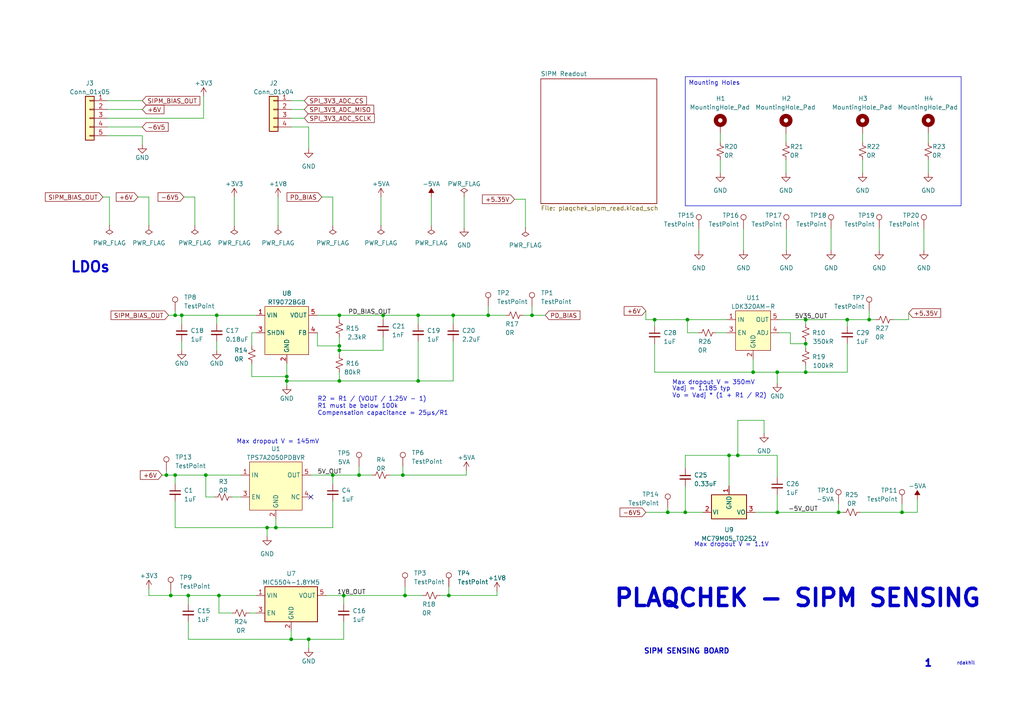
<source format=kicad_sch>
(kicad_sch (version 20230121) (generator eeschema)
  (paper "A4")
  (lib_symbols
    (symbol "Connector:TestPoint" (pin_numbers hide) (pin_names (offset 0.762) hide)
      (property "Reference" "TP" (at 0 6.858 0))
      (property "Value" "TestPoint" (at 0 5.08 0))
      (symbol "TestPoint_0_1"
        (circle (center 0 3.302) (radius 0.762))
      )
      (symbol "TestPoint_1_1"
        (pin passive line (at 0 0 90) (length 2.54) (name "1") (number "1"))
      )
    )
    (symbol "Connector_Generic:Conn_01x04" (pin_names (offset 1.016) hide)
      (property "Reference" "J" (at 0 5.08 0))
      (property "Value" "Conn_01x04" (at 0 -7.62 0))
      (symbol "Conn_01x04_1_1"
        (rectangle (start -1.27 -4.953) (end 0 -5.207) (stroke (width 0.1524)))
        (rectangle (start -1.27 -2.413) (end 0 -2.667) (stroke (width 0.1524)))
        (rectangle (start -1.27 0.127) (end 0 -0.127) (stroke (width 0.1524)))
        (rectangle (start -1.27 2.667) (end 0 2.413) (stroke (width 0.1524)))
        (rectangle (start -1.27 3.81) (end 1.27 -6.35) (stroke (width 0.254)) (fill (type background)))
        (pin passive line (at -5.08 2.54 0) (length 3.81) (name "Pin_1") (number "1"))
        (pin passive line (at -5.08 0 0) (length 3.81) (name "Pin_2") (number "2"))
        (pin passive line (at -5.08 -2.54 0) (length 3.81) (name "Pin_3") (number "3"))
        (pin passive line (at -5.08 -5.08 0) (length 3.81) (name "Pin_4") (number "4"))
      )
    )
    (symbol "Connector_Generic:Conn_01x05" (pin_names (offset 1.016) hide)
      (property "Reference" "J" (at 0 7.62 0))
      (property "Value" "Conn_01x05" (at 0 -7.62 0))
      (symbol "Conn_01x05_1_1"
        (rectangle (start -1.27 -4.953) (end 0 -5.207) (stroke (width 0.1524)))
        (rectangle (start -1.27 -2.413) (end 0 -2.667) (stroke (width 0.1524)))
        (rectangle (start -1.27 0.127) (end 0 -0.127) (stroke (width 0.1524)))
        (rectangle (start -1.27 2.667) (end 0 2.413) (stroke (width 0.1524)))
        (rectangle (start -1.27 5.207) (end 0 4.953) (stroke (width 0.1524)))
        (rectangle (start -1.27 6.35) (end 1.27 -6.35) (stroke (width 0.254)) (fill (type background)))
        (pin passive line (at -5.08 5.08 0) (length 3.81) (name "Pin_1") (number "1"))
        (pin passive line (at -5.08 2.54 0) (length 3.81) (name "Pin_2") (number "2"))
        (pin passive line (at -5.08 0 0) (length 3.81) (name "Pin_3") (number "3"))
        (pin passive line (at -5.08 -2.54 0) (length 3.81) (name "Pin_4") (number "4"))
        (pin passive line (at -5.08 -5.08 0) (length 3.81) (name "Pin_5") (number "5"))
      )
    )
    (symbol "Device:C_Small" (pin_numbers hide) (pin_names (offset 0.254) hide)
      (property "Reference" "C" (at 0.254 1.778 0))
      (property "Value" "C_Small" (at 0.254 -2.032 0))
      (symbol "C_Small_0_1"
        (polyline (pts (xy -1.524 -0.508) (xy 1.524 -0.508)) (stroke (width 0.3302)))
        (polyline (pts (xy -1.524 0.508) (xy 1.524 0.508)) (stroke (width 0.3048)))
      )
      (symbol "C_Small_1_1"
        (pin passive line (at 0 2.54 270) (length 2.032) (name "~") (number "1"))
        (pin passive line (at 0 -2.54 90) (length 2.032) (name "~") (number "2"))
      )
    )
    (symbol "Device:R_Small_US" (pin_numbers hide) (pin_names (offset 0.254) hide)
      (property "Reference" "R" (at 0.762 0.508 0))
      (property "Value" "R_Small_US" (at 0.762 -1.016 0))
      (symbol "R_Small_US_1_1"
        (polyline (pts (xy 0 0) (xy 1.016 -0.381) (xy 0 -0.762) (xy -1.016 -1.143) (xy 0 -1.524)))
        (polyline (pts (xy 0 1.524) (xy 1.016 1.143) (xy 0 0.762) (xy -1.016 0.381) (xy 0 0)))
        (pin passive line (at 0 2.54 270) (length 1.016) (name "~") (number "1"))
        (pin passive line (at 0 -2.54 90) (length 1.016) (name "~") (number "2"))
      )
    )
    (symbol "Mechanical:MountingHole_Pad" (pin_numbers hide) (pin_names (offset 1.016) hide)
      (property "Reference" "H" (at 0 6.35 0))
      (property "Value" "MountingHole_Pad" (at 0 4.445 0))
      (symbol "MountingHole_Pad_0_1"
        (circle (center 0 1.27) (radius 1.27) (stroke (width 1.27)))
      )
      (symbol "MountingHole_Pad_1_1"
        (pin input line (at 0 -2.54 90) (length 2.54) (name "1") (number "1"))
      )
    )
    (symbol "Regulator_Linear:MC79M05_TO252" (pin_names (offset 0.254))
      (property "Reference" "U" (at -3.81 -3.175 0))
      (property "Value" "MC79M05_TO252" (at 0 -3.175 0))
      (symbol "MC79M05_TO252_0_1"
        (rectangle (start -5.08 5.08) (end 5.08 -1.905) (stroke (width 0.254)) (fill (type background)))
      )
      (symbol "MC79M05_TO252_1_1"
        (pin power_in line (at 0 7.62 270) (length 2.54) (name "GND") (number "1"))
        (pin power_in line (at -7.62 0 0) (length 2.54) (name "VI") (number "2"))
        (pin power_out line (at 7.62 0 180) (length 2.54) (name "VO") (number "3"))
      )
    )
    (symbol "Regulator_Linear:MIC5504-1.8YM5"
      (property "Reference" "U" (at -7.62 8.89 0))
      (property "Value" "MIC5504-1.8YM5" (at -7.62 6.35 0))
      (symbol "MIC5504-1.8YM5_0_1"
        (rectangle (start -7.62 -5.08) (end 7.62 5.08) (stroke (width 0.254)) (fill (type background)))
      )
      (symbol "MIC5504-1.8YM5_1_1"
        (pin power_in line (at -10.16 2.54 0) (length 2.54) (name "VIN") (number "1"))
        (pin power_in line (at 0 -7.62 90) (length 2.54) (name "GND") (number "2"))
        (pin input line (at -10.16 -2.54 0) (length 2.54) (name "EN") (number "3"))
        (pin no_connect line (at 7.62 -2.54 180) (length 2.54) hide (name "NC") (number "4"))
        (pin power_out line (at 10.16 2.54 180) (length 2.54) (name "VOUT") (number "5"))
      )
    )
    (symbol "plaqchek:LDK320AM-R"
      (property "Reference" "U" (at 0 10.16 0))
      (property "Value" "LDK320AM-R" (at 0 7.62 0))
      (symbol "LDK320AM-R_1_1"
        (rectangle (start -5.08 6.35) (end 5.08 -5.08) (fill (type background)))
        (pin power_in line (at -7.62 3.81 0) (length 2.54) (name "IN") (number "1"))
        (pin power_in line (at 0 -7.62 90) (length 2.54) (name "GND") (number "2"))
        (pin input line (at -7.62 0 0) (length 2.54) (name "EN") (number "3"))
        (pin input line (at 7.62 0 180) (length 2.54) (name "ADJ") (number "4"))
        (pin power_out line (at 7.62 3.81 180) (length 2.54) (name "OUT") (number "5"))
      )
    )
    (symbol "plaqchek:RT9072BGB"
      (property "Reference" "U" (at 0 11.43 0))
      (property "Value" "RT9072BGB" (at 0 8.89 0))
      (symbol "RT9072BGB_1_1"
        (rectangle (start -6.35 6.35) (end 6.35 -7.62) (fill (type background)))
        (pin power_in line (at -8.89 3.81 0) (length 2.54) (name "VIN") (number "1"))
        (pin power_in line (at 0 -10.16 90) (length 2.54) (name "GND") (number "2"))
        (pin input line (at -8.89 -1.27 0) (length 2.54) (name "SHDN") (number "3"))
        (pin input line (at 8.89 -1.27 180) (length 2.54) (name "FB") (number "4"))
        (pin power_out line (at 8.89 3.81 180) (length 2.54) (name "VOUT") (number "5"))
      )
    )
    (symbol "plaqchek:TPS7A2050PDBVR"
      (property "Reference" "U" (at 0 10.16 0))
      (property "Value" "TPS7A2050PDBVR" (at 0 0 0))
      (symbol "TPS7A2050PDBVR_1_1"
        (rectangle (start -7.62 7.62) (end 7.62 -6.35) (fill (type background)))
        (pin power_in line (at -10.16 3.81 0) (length 2.54) (name "IN") (number "1"))
        (pin power_in line (at 0 -8.89 90) (length 2.54) (name "GND") (number "2"))
        (pin input line (at -10.16 -2.54 0) (length 2.54) (name "EN") (number "3"))
        (pin input line (at 10.16 -2.54 180) (length 2.54) (name "NC") (number "4"))
        (pin power_out line (at 10.16 3.81 180) (length 2.54) (name "OUT") (number "5"))
      )
    )
    (symbol "power:+1V8" (power) (pin_names (offset 0))
      (property "Value" "+1V8" (at 0 3.556 0))
      (symbol "+1V8_0_1"
        (polyline (pts (xy -0.762 1.27) (xy 0 2.54)))
        (polyline (pts (xy 0 0) (xy 0 2.54)))
        (polyline (pts (xy 0 2.54) (xy 0.762 1.27)))
      )
      (symbol "+1V8_1_1"
        (pin power_in line (at 0 0 90) (length 0) hide (name "+1V8") (number "1"))
      )
    )
    (symbol "power:+3V3" (power) (pin_names (offset 0))
      (property "Value" "+3V3" (at 0 3.556 0))
      (symbol "+3V3_0_1"
        (polyline (pts (xy -0.762 1.27) (xy 0 2.54)))
        (polyline (pts (xy 0 0) (xy 0 2.54)))
        (polyline (pts (xy 0 2.54) (xy 0.762 1.27)))
      )
      (symbol "+3V3_1_1"
        (pin power_in line (at 0 0 90) (length 0) hide (name "+3V3") (number "1"))
      )
    )
    (symbol "power:+5VA" (power) (pin_names (offset 0))
      (property "Value" "+5VA" (at 0 3.556 0))
      (symbol "+5VA_0_1"
        (polyline (pts (xy -0.762 1.27) (xy 0 2.54)))
        (polyline (pts (xy 0 0) (xy 0 2.54)))
        (polyline (pts (xy 0 2.54) (xy 0.762 1.27)))
      )
      (symbol "+5VA_1_1"
        (pin power_in line (at 0 0 90) (length 0) hide (name "+5VA") (number "1"))
      )
    )
    (symbol "power:-5VA" (power) (pin_names (offset 0))
      (property "Value" "-5VA" (at 0 3.81 0))
      (symbol "-5VA_0_0"
        (pin power_in line (at 0 0 90) (length 0) hide (name "-5VA") (number "1"))
      )
      (symbol "-5VA_0_1"
        (polyline (pts (xy 0 0) (xy 0 1.27) (xy 0.762 1.27) (xy 0 2.54) (xy -0.762 1.27) (xy 0 1.27)) (fill (type outline)))
      )
    )
    (symbol "power:GND" (power) (pin_names (offset 0))
      (property "Value" "GND" (at 0 -3.81 0))
      (symbol "GND_0_1"
        (polyline (pts (xy 0 0) (xy 0 -1.27) (xy 1.27 -1.27) (xy 0 -2.54) (xy -1.27 -1.27) (xy 0 -1.27)))
      )
      (symbol "GND_1_1"
        (pin power_in line (at 0 0 270) (length 0) hide (name "GND") (number "1"))
      )
    )
    (symbol "power:PWR_FLAG" (power) (pin_numbers hide) (pin_names (offset 0) hide)
      (property "Value" "PWR_FLAG" (at 0 3.81 0))
      (symbol "PWR_FLAG_0_0"
        (pin power_out line (at 0 0 90) (length 0) (name "pwr") (number "1"))
      )
      (symbol "PWR_FLAG_0_1"
        (polyline (pts (xy 0 0) (xy 0 1.27) (xy -1.016 1.905) (xy 0 2.54) (xy 1.016 1.905) (xy 0 1.27)))
      )
    )
  )
  (junction (at 89.535 185.42))
  (junction (at 104.14 137.795))
  (junction (at 111.125 91.44))
  (junction (at 96.52 137.795))
  (junction (at 131.445 91.44))
  (junction (at 121.285 91.44))
  (junction (at 245.745 92.71))
  (junction (at 98.425 110.49))
  (junction (at 252.095 92.71))
  (junction (at 154.305 91.44))
  (junction (at 98.425 100.33))
  (junction (at 48.26 137.795))
  (junction (at 99.695 172.72))
  (junction (at 54.61 172.72))
  (junction (at 261.62 148.59))
  (junction (at 225.425 148.59))
  (junction (at 211.455 132.08))
  (junction (at 117.475 172.72))
  (junction (at 84.455 185.42))
  (junction (at 49.53 172.72))
  (junction (at 62.865 91.44))
  (junction (at 121.285 110.49))
  (junction (at 141.605 91.44))
  (junction (at 50.8 137.795))
  (junction (at 98.425 91.44))
  (junction (at 198.755 148.59))
  (junction (at 193.675 148.59))
  (junction (at 243.205 148.59))
  (junction (at 233.68 92.71))
  (junction (at 233.68 107.95))
  (junction (at 83.185 110.49))
  (junction (at 83.185 109.22))
  (junction (at 233.68 99.695))
  (junction (at 213.995 132.08))
  (junction (at 218.44 107.95))
  (junction (at 59.69 137.795))
  (junction (at 80.01 153.035))
  (junction (at 98.425 101.6))
  (junction (at 225.425 107.95))
  (junction (at 52.705 91.44))
  (junction (at 130.175 172.72))
  (junction (at 63.5 172.72))
  (junction (at 199.39 92.71))
  (junction (at 116.84 137.795))
  (junction (at 189.865 92.71))
  (junction (at 50.8 91.44))
  (junction (at 77.47 153.035))
  (no_connect (at 90.17 144.145))
  (wire (pts (xy 117.475 170.18) (xy 117.475 172.72)))
  (wire (pts (xy 233.68 99.06) (xy 233.68 99.695)))
  (wire (pts (xy 154.305 88.9) (xy 154.305 91.44)))
  (wire (pts (xy 49.53 172.72) (xy 54.61 172.72)))
  (wire (pts (xy 211.455 132.08) (xy 213.995 132.08)))
  (wire (pts (xy 99.695 172.72) (xy 99.695 175.26)))
  (wire (pts (xy 116.84 135.255) (xy 116.84 137.795)))
  (wire (pts (xy 31.75 57.15) (xy 31.75 65.405)))
  (wire (pts (xy 54.61 172.72) (xy 54.61 175.26)))
  (wire (pts (xy 52.705 91.44) (xy 62.865 91.44)))
  (wire (pts (xy 83.185 110.49) (xy 83.185 111.76)))
  (wire (pts (xy 84.455 34.29) (xy 88.265 34.29)))
  (wire (pts (xy 213.995 132.08) (xy 213.995 121.92)))
  (wire (pts (xy 249.555 148.59) (xy 261.62 148.59)))
  (wire (pts (xy 152.4 57.785) (xy 152.4 66.04)))
  (wire (pts (xy 98.425 107.95) (xy 98.425 110.49)))
  (wire (pts (xy 89.535 36.83) (xy 89.535 43.18)))
  (wire (pts (xy 43.18 170.815) (xy 43.18 172.72)))
  (wire (pts (xy 62.23 144.145) (xy 59.69 144.145)))
  (wire (pts (xy 228.092 66.294) (xy 228.092 72.644)))
  (wire (pts (xy 52.705 99.06) (xy 52.705 101.6)))
  (wire (pts (xy 134.62 57.15) (xy 134.62 66.04)))
  (wire (pts (xy 111.125 91.44) (xy 121.285 91.44)))
  (wire (pts (xy 50.8 137.795) (xy 48.26 137.795)))
  (wire (pts (xy 50.8 137.795) (xy 50.8 140.335)))
  (wire (pts (xy 31.115 29.21) (xy 41.275 29.21)))
  (wire (pts (xy 50.8 137.795) (xy 59.69 137.795)))
  (wire (pts (xy 263.525 90.805) (xy 263.525 92.71)))
  (wire (pts (xy 98.425 101.6) (xy 98.425 102.87)))
  (wire (pts (xy 63.5 177.8) (xy 63.5 172.72)))
  (wire (pts (xy 67.31 177.8) (xy 63.5 177.8)))
  (wire (pts (xy 83.185 110.49) (xy 98.425 110.49)))
  (wire (pts (xy 50.8 153.035) (xy 77.47 153.035)))
  (wire (pts (xy 116.84 137.795) (xy 135.255 137.795)))
  (wire (pts (xy 74.295 177.8) (xy 72.39 177.8)))
  (wire (pts (xy 73.025 96.52) (xy 73.025 100.33)))
  (wire (pts (xy 41.275 39.37) (xy 41.275 41.91)))
  (wire (pts (xy 233.68 99.695) (xy 233.68 100.965)))
  (wire (pts (xy 233.68 92.71) (xy 245.745 92.71)))
  (wire (pts (xy 225.425 107.95) (xy 225.425 111.125)))
  (wire (pts (xy 218.44 104.14) (xy 218.44 107.95)))
  (wire (pts (xy 84.455 29.21) (xy 88.265 29.21)))
  (wire (pts (xy 40.005 57.15) (xy 43.18 57.15)))
  (wire (pts (xy 77.47 153.035) (xy 80.01 153.035)))
  (wire (pts (xy 149.225 57.785) (xy 152.4 57.785)))
  (wire (pts (xy 227.965 38.735) (xy 227.965 41.275)))
  (wire (pts (xy 252.095 90.17) (xy 252.095 92.71)))
  (wire (pts (xy 245.745 92.71) (xy 245.745 94.615)))
  (wire (pts (xy 50.8 145.415) (xy 50.8 153.035)))
  (wire (pts (xy 43.18 172.72) (xy 49.53 172.72)))
  (wire (pts (xy 121.285 99.06) (xy 121.285 110.49)))
  (wire (pts (xy 98.425 101.6) (xy 111.125 101.6)))
  (wire (pts (xy 92.075 96.52) (xy 92.075 100.33)))
  (wire (pts (xy 225.425 107.95) (xy 233.68 107.95)))
  (wire (pts (xy 131.445 99.06) (xy 131.445 110.49)))
  (wire (pts (xy 259.08 92.71) (xy 263.525 92.71)))
  (wire (pts (xy 130.175 170.18) (xy 130.175 172.72)))
  (wire (pts (xy 189.865 92.71) (xy 187.325 92.71)))
  (wire (pts (xy 80.645 57.15) (xy 80.645 65.405)))
  (wire (pts (xy 233.68 92.71) (xy 233.68 93.98)))
  (wire (pts (xy 207.645 96.52) (xy 210.82 96.52)))
  (wire (pts (xy 84.455 36.83) (xy 89.535 36.83)))
  (wire (pts (xy 208.915 38.735) (xy 208.915 41.275)))
  (wire (pts (xy 50.8 90.17) (xy 50.8 91.44)))
  (wire (pts (xy 48.895 91.44) (xy 50.8 91.44)))
  (wire (pts (xy 29.845 57.15) (xy 31.75 57.15)))
  (wire (pts (xy 221.615 121.92) (xy 221.615 125.73)))
  (wire (pts (xy 93.345 57.15) (xy 96.52 57.15)))
  (wire (pts (xy 127.635 172.72) (xy 130.175 172.72)))
  (wire (pts (xy 121.285 91.44) (xy 121.285 93.98)))
  (wire (pts (xy 83.185 109.22) (xy 83.185 110.49)))
  (wire (pts (xy 98.425 91.44) (xy 111.125 91.44)))
  (wire (pts (xy 53.34 57.15) (xy 56.515 57.15)))
  (wire (pts (xy 144.145 171.45) (xy 144.145 172.72)))
  (wire (pts (xy 59.055 27.94) (xy 59.055 34.29)))
  (wire (pts (xy 74.295 96.52) (xy 73.025 96.52)))
  (wire (pts (xy 130.175 172.72) (xy 144.145 172.72)))
  (wire (pts (xy 43.18 57.15) (xy 43.18 65.405)))
  (wire (pts (xy 48.26 137.795) (xy 46.99 137.795)))
  (wire (pts (xy 56.515 57.15) (xy 56.515 65.405)))
  (wire (pts (xy 261.62 146.05) (xy 261.62 148.59)))
  (wire (pts (xy 111.125 97.79) (xy 111.125 101.6)))
  (wire (pts (xy 245.745 99.695) (xy 245.745 107.95)))
  (wire (pts (xy 189.865 99.695) (xy 189.865 107.95)))
  (wire (pts (xy 193.675 148.59) (xy 198.755 148.59)))
  (wire (pts (xy 59.69 144.145) (xy 59.69 137.795)))
  (wire (pts (xy 73.025 109.22) (xy 83.185 109.22)))
  (wire (pts (xy 83.185 105.41) (xy 83.185 109.22)))
  (wire (pts (xy 89.535 185.42) (xy 89.535 187.96)))
  (wire (pts (xy 74.295 172.72) (xy 63.5 172.72)))
  (wire (pts (xy 96.52 145.415) (xy 96.52 153.035)))
  (wire (pts (xy 225.425 148.59) (xy 243.205 148.59)))
  (wire (pts (xy 135.255 136.525) (xy 135.255 137.795)))
  (wire (pts (xy 98.425 110.49) (xy 121.285 110.49)))
  (wire (pts (xy 94.615 172.72) (xy 99.695 172.72)))
  (wire (pts (xy 229.235 96.52) (xy 229.235 99.695)))
  (wire (pts (xy 110.49 57.15) (xy 110.49 65.405)))
  (wire (pts (xy 225.425 148.59) (xy 219.075 148.59)))
  (wire (pts (xy 189.865 92.71) (xy 189.865 94.615)))
  (wire (pts (xy 154.305 91.44) (xy 158.115 91.44)))
  (wire (pts (xy 50.8 91.44) (xy 52.705 91.44)))
  (wire (pts (xy 125.095 57.15) (xy 125.095 65.405)))
  (wire (pts (xy 225.425 143.51) (xy 225.425 148.59)))
  (wire (pts (xy 189.865 92.71) (xy 199.39 92.71)))
  (wire (pts (xy 266.065 144.78) (xy 266.065 148.59)))
  (wire (pts (xy 250.19 46.355) (xy 250.19 50.165)))
  (wire (pts (xy 233.68 106.045) (xy 233.68 107.95)))
  (wire (pts (xy 31.115 34.29) (xy 59.055 34.29)))
  (wire (pts (xy 59.69 137.795) (xy 69.85 137.795)))
  (wire (pts (xy 84.455 31.75) (xy 88.265 31.75)))
  (wire (pts (xy 243.205 146.05) (xy 243.205 148.59)))
  (wire (pts (xy 141.605 91.44) (xy 146.685 91.44)))
  (wire (pts (xy 77.47 153.035) (xy 77.47 155.575)))
  (wire (pts (xy 227.965 46.355) (xy 227.965 50.165)))
  (wire (pts (xy 113.03 137.795) (xy 116.84 137.795)))
  (wire (pts (xy 67.945 57.15) (xy 67.945 65.405)))
  (wire (pts (xy 62.865 91.44) (xy 62.865 93.98)))
  (wire (pts (xy 199.39 92.71) (xy 199.39 96.52)))
  (wire (pts (xy 151.765 91.44) (xy 154.305 91.44)))
  (wire (pts (xy 121.285 91.44) (xy 131.445 91.44)))
  (wire (pts (xy 213.995 121.92) (xy 221.615 121.92)))
  (wire (pts (xy 131.445 91.44) (xy 131.445 93.98)))
  (wire (pts (xy 261.62 148.59) (xy 266.065 148.59)))
  (wire (pts (xy 267.97 66.294) (xy 267.97 72.644)))
  (wire (pts (xy 80.01 153.035) (xy 80.01 150.495)))
  (wire (pts (xy 99.695 172.72) (xy 117.475 172.72)))
  (wire (pts (xy 48.26 136.525) (xy 48.26 137.795)))
  (wire (pts (xy 193.675 147.32) (xy 193.675 148.59)))
  (wire (pts (xy 226.06 92.71) (xy 233.68 92.71)))
  (wire (pts (xy 141.605 88.9) (xy 141.605 91.44)))
  (wire (pts (xy 73.025 105.41) (xy 73.025 109.22)))
  (wire (pts (xy 31.115 39.37) (xy 41.275 39.37)))
  (wire (pts (xy 213.995 132.08) (xy 225.425 132.08)))
  (wire (pts (xy 54.61 180.34) (xy 54.61 185.42)))
  (wire (pts (xy 198.755 140.97) (xy 198.755 148.59)))
  (wire (pts (xy 202.692 66.294) (xy 202.692 72.644)))
  (wire (pts (xy 104.14 137.795) (xy 107.95 137.795)))
  (wire (pts (xy 69.85 144.145) (xy 67.31 144.145)))
  (wire (pts (xy 104.14 135.255) (xy 104.14 137.795)))
  (wire (pts (xy 89.535 185.42) (xy 99.695 185.42)))
  (wire (pts (xy 215.646 66.294) (xy 215.646 72.644)))
  (wire (pts (xy 226.06 96.52) (xy 229.235 96.52)))
  (wire (pts (xy 199.39 96.52) (xy 202.565 96.52)))
  (wire (pts (xy 241.046 66.294) (xy 241.046 72.644)))
  (wire (pts (xy 80.01 153.035) (xy 96.52 153.035)))
  (wire (pts (xy 233.68 107.95) (xy 245.745 107.95)))
  (wire (pts (xy 187.325 148.59) (xy 193.675 148.59)))
  (wire (pts (xy 99.695 185.42) (xy 99.695 180.34)))
  (wire (pts (xy 52.705 91.44) (xy 52.705 93.98)))
  (wire (pts (xy 111.125 91.44) (xy 111.125 92.71)))
  (wire (pts (xy 98.425 100.33) (xy 98.425 101.6)))
  (wire (pts (xy 31.115 36.83) (xy 41.275 36.83)))
  (wire (pts (xy 54.61 185.42) (xy 84.455 185.42)))
  (wire (pts (xy 49.53 171.45) (xy 49.53 172.72)))
  (wire (pts (xy 208.915 46.355) (xy 208.915 50.165)))
  (wire (pts (xy 189.865 107.95) (xy 218.44 107.95)))
  (wire (pts (xy 187.325 90.17) (xy 187.325 92.71)))
  (wire (pts (xy 98.425 91.44) (xy 98.425 92.71)))
  (wire (pts (xy 225.425 132.08) (xy 225.425 138.43)))
  (wire (pts (xy 31.115 31.75) (xy 41.275 31.75)))
  (wire (pts (xy 92.075 91.44) (xy 98.425 91.44)))
  (wire (pts (xy 255.016 66.294) (xy 255.016 72.644)))
  (wire (pts (xy 92.075 100.33) (xy 98.425 100.33)))
  (wire (pts (xy 199.39 92.71) (xy 210.82 92.71)))
  (wire (pts (xy 250.19 38.735) (xy 250.19 41.275)))
  (wire (pts (xy 211.455 132.08) (xy 211.455 140.97)))
  (wire (pts (xy 218.44 107.95) (xy 225.425 107.95)))
  (wire (pts (xy 131.445 91.44) (xy 141.605 91.44)))
  (wire (pts (xy 63.5 172.72) (xy 54.61 172.72)))
  (wire (pts (xy 62.865 99.06) (xy 62.865 101.6)))
  (wire (pts (xy 62.865 91.44) (xy 74.295 91.44)))
  (wire (pts (xy 245.745 92.71) (xy 252.095 92.71)))
  (wire (pts (xy 117.475 172.72) (xy 122.555 172.72)))
  (wire (pts (xy 252.095 92.71) (xy 254 92.71)))
  (wire (pts (xy 229.235 99.695) (xy 233.68 99.695)))
  (wire (pts (xy 121.285 110.49) (xy 131.445 110.49)))
  (wire (pts (xy 243.205 148.59) (xy 244.475 148.59)))
  (wire (pts (xy 90.17 137.795) (xy 96.52 137.795)))
  (wire (pts (xy 84.455 185.42) (xy 89.535 185.42)))
  (wire (pts (xy 96.52 137.795) (xy 104.14 137.795)))
  (wire (pts (xy 84.455 182.88) (xy 84.455 185.42)))
  (wire (pts (xy 98.425 100.33) (xy 98.425 97.79)))
  (wire (pts (xy 198.755 132.08) (xy 211.455 132.08)))
  (wire (pts (xy 198.755 148.59) (xy 203.835 148.59)))
  (wire (pts (xy 269.24 38.735) (xy 269.24 41.275)))
  (wire (pts (xy 96.52 137.795) (xy 96.52 140.335)))
  (wire (pts (xy 96.52 57.15) (xy 96.52 65.405)))
  (wire (pts (xy 269.24 46.355) (xy 269.24 50.165)))
  (wire (pts (xy 198.755 132.08) (xy 198.755 135.89)))
  (text_box "Mounting Holes\n" (at 198.755 22.225 0) (size 80.01 37.465) (effects (font (size 1.27 1.27)) (justify left top)))
  (text "PLAQCHEK - SIPM SENSING" (at 177.8 176.53 0) (effects (font (size 5 5) (thickness 1) bold) (justify left bottom)))
  (text "LDOs\n" (at 20.32 79.375 0) (effects (font (size 3 3) (thickness 0.6) bold) (justify left bottom)))
  (text "1" (at 267.97 193.675 0) (effects (font (size 2 2) (thickness 1) bold) (justify left bottom)))
  (text "R2 = R1 / (VOUT / 1.25V - 1)\nR1 must be below 100k\nCompensation capacitance = 25µs/R1" (at 92.075 120.65 0) (effects (font (size 1.27 1.27)) (justify left bottom)))
  (text "Vadj = 1.185 typ\nVo = Vadj * (1 + R1 / R2)" (at 194.945 115.57 0) (effects (font (size 1.27 1.27)) (justify left bottom)))
  (text "SIPM SENSING BOARD" (at 186.69 189.865 0) (effects (font (size 1.5 1.5) (thickness 0.3) bold) (justify left bottom)))
  (text "Max dropout V = 350mV" (at 194.945 111.76 0) (effects (font (size 1.27 1.27)) (justify left bottom)))
  (text "Max dropout V = 1.1V" (at 201.295 158.75 0) (effects (font (size 1.27 1.27)) (justify left bottom)))
  (text "Max dropout V = 145mV" (at 68.58 128.905 0) (effects (font (size 1.27 1.27)) (justify left bottom)))
  (text "rdakhil" (at 277.495 193.04 0) (effects (font (size 1 1)) (justify left bottom)))
  (label "5V_OUT" (at 92.075 137.795 0))
  (label "5V35_OUT" (at 230.505 92.71 0))
  (label "-5V_OUT" (at 228.6 148.59 0))
  (label "PD_BIAS_OUT" (at 100.965 91.44 0))
  (label "1V8_OUT" (at 97.79 172.72 0))
  (global_label "+6V" (shape input) (at 187.325 90.17 180) (property "Intersheetrefs" "${INTERSHEET_REFS}" (effects hide)))
  (global_label "SIPM_BIAS_OUT" (shape input) (at 41.275 29.21 0) (property "Intersheetrefs" "${INTERSHEET_REFS}" (effects hide)))
  (global_label "SIPM_BIAS_OUT" (shape input) (at 29.845 57.15 180) (property "Intersheetrefs" "${INTERSHEET_REFS}" (effects hide)))
  (global_label "-6V5" (shape input) (at 53.34 57.15 180) (property "Intersheetrefs" "${INTERSHEET_REFS}" (effects hide)))
  (global_label "SPI_3V3_ADC_MISO" (shape input) (at 88.265 31.75 0) (property "Intersheetrefs" "${INTERSHEET_REFS}" (effects hide)))
  (global_label "-6V5" (shape input) (at 187.325 148.59 180) (property "Intersheetrefs" "${INTERSHEET_REFS}" (effects hide)))
  (global_label "+5.35V" (shape input) (at 149.225 57.785 180) (property "Intersheetrefs" "${INTERSHEET_REFS}" (effects hide)))
  (global_label "PD_BIAS" (shape input) (at 93.345 57.15 180) (property "Intersheetrefs" "${INTERSHEET_REFS}" (effects hide)))
  (global_label "SPI_3V3_ADC_SCLK" (shape input) (at 88.265 34.29 0) (property "Intersheetrefs" "${INTERSHEET_REFS}" (effects hide)))
  (global_label "+6V" (shape input) (at 40.005 57.15 180) (property "Intersheetrefs" "${INTERSHEET_REFS}" (effects hide)))
  (global_label "+6V" (shape input) (at 41.275 31.75 0) (property "Intersheetrefs" "${INTERSHEET_REFS}" (effects hide)))
  (global_label "-6V5" (shape input) (at 41.275 36.83 0) (property "Intersheetrefs" "${INTERSHEET_REFS}" (effects hide)))
  (global_label "+5.35V" (shape input) (at 263.525 90.805 0) (property "Intersheetrefs" "${INTERSHEET_REFS}" (effects hide)))
  (global_label "PD_BIAS" (shape input) (at 158.115 91.44 0) (property "Intersheetrefs" "${INTERSHEET_REFS}" (effects hide)))
  (global_label "+6V" (shape input) (at 46.99 137.795 180) (property "Intersheetrefs" "${INTERSHEET_REFS}" (effects hide)))
  (global_label "SIPM_BIAS_OUT" (shape input) (at 48.895 91.44 180) (property "Intersheetrefs" "${INTERSHEET_REFS}" (effects hide)))
  (global_label "SPI_3V3_ADC_CS" (shape input) (at 88.265 29.21 0) (property "Intersheetrefs" "${INTERSHEET_REFS}" (effects hide)))
  (symbol (lib_id "Connector:TestPoint") (at 104.14 135.255 0) (mirror y) (unit 1)
    (property "Reference" "TP5" (at 101.6 131.445 0) (effects (justify left)))
    (property "Value" "5VA" (at 101.6 133.985 0) (effects (justify left)))
    (property "Footprint" "TestPoint:TestPoint_Pad_D1.0mm" (effects hide))
  )
  (symbol (lib_id "power:PWR_FLAG") (at 56.515 65.405 180) (unit 1)
    (property "Reference" "#FLG03" (effects hide))
    (property "Value" "PWR_FLAG" (at 56.515 70.485 0))
  )
  (symbol (lib_id "power:-5VA") (at 125.095 57.15 0) (unit 1)
    (property "Reference" "#PWR044" (effects hide))
    (property "Value" "-5VA" (at 125.095 53.34 0))
  )
  (symbol (lib_id "power:GND") (at 134.62 66.04 0) (unit 1)
    (property "Reference" "#PWR045" (effects hide))
    (property "Value" "GND" (at 134.62 71.12 0))
  )
  (symbol (lib_id "Connector:TestPoint") (at 154.305 88.9 0) (unit 1)
    (property "Reference" "TP1" (at 156.845 84.963 0) (effects (justify left)))
    (property "Value" "TestPoint" (at 156.845 87.503 0) (effects (justify left)))
    (property "Footprint" "TestPoint:TestPoint_Pad_D1.0mm" (effects hide))
  )
  (symbol (lib_id "Device:R_Small_US") (at 98.425 95.25 0) (unit 1)
    (property "Reference" "R15" (at 102.235 95.25 0))
    (property "Value" "2.3kR" (at 103.505 97.79 0))
    (property "Footprint" "Resistor_SMD:R_0603_1608Metric_Pad0.98x0.95mm_HandSolder" (effects hide))
  )
  (symbol (lib_id "Connector:TestPoint") (at 202.692 66.294 0) (mirror y) (unit 1)
    (property "Reference" "TP15" (at 201.422 62.484 0) (effects (justify left)))
    (property "Value" "TestPoint" (at 201.422 65.024 0) (effects (justify left)))
    (property "Footprint" "TestPoint:TestPoint_Pad_D1.0mm" (effects hide))
  )
  (symbol (lib_id "Device:C_Small") (at 52.705 96.52 0) (unit 1)
    (property "Reference" "C18" (at 55.245 95.8913 0) (effects (justify left)))
    (property "Value" "1uF" (at 55.245 98.4313 0) (effects (justify left)))
    (property "Footprint" "Capacitor_SMD:C_0603_1608Metric_Pad1.08x0.95mm_HandSolder" (effects hide))
  )
  (symbol (lib_id "power:GND") (at 215.646 72.644 0) (unit 1)
    (property "Reference" "#PWR057" (effects hide))
    (property "Value" "GND" (at 215.646 77.724 0))
  )
  (symbol (lib_id "power:PWR_FLAG") (at 96.52 65.405 180) (unit 1)
    (property "Reference" "#FLG06" (effects hide))
    (property "Value" "PWR_FLAG" (at 96.52 70.485 0))
  )
  (symbol (lib_id "Device:C_Small") (at 99.695 177.8 0) (unit 1)
    (property "Reference" "C16" (at 102.235 177.1713 0) (effects (justify left)))
    (property "Value" "1uF" (at 102.235 179.7113 0) (effects (justify left)))
    (property "Footprint" "Capacitor_SMD:C_0603_1608Metric_Pad1.08x0.95mm_HandSolder" (effects hide))
  )
  (symbol (lib_id "Device:R_Small_US") (at 205.105 96.52 270) (unit 1)
    (property "Reference" "R26" (at 206.375 99.06 90) (effects (justify right)))
    (property "Value" "0R" (at 205.105 101.6 90) (effects (justify right)))
    (property "Footprint" "Resistor_SMD:R_0603_1608Metric_Pad0.98x0.95mm_HandSolder" (effects hide))
  )
  (symbol (lib_id "Device:C_Small") (at 189.865 97.155 0) (unit 1)
    (property "Reference" "C28" (at 192.405 96.5263 0) (effects (justify left)))
    (property "Value" "1uF" (at 192.405 99.0663 0) (effects (justify left)))
    (property "Footprint" "Capacitor_SMD:C_0603_1608Metric_Pad1.08x0.95mm_HandSolder" (effects hide))
  )
  (symbol (lib_id "power:GND") (at 89.535 187.96 0) (unit 1)
    (property "Reference" "#PWR023" (effects hide))
    (property "Value" "GND" (at 89.535 191.77 0))
  )
  (symbol (lib_id "Connector:TestPoint") (at 267.97 66.294 0) (mirror y) (unit 1)
    (property "Reference" "TP20" (at 266.7 62.484 0) (effects (justify left)))
    (property "Value" "TestPoint" (at 266.7 65.024 0) (effects (justify left)))
    (property "Footprint" "TestPoint:TestPoint_Pad_D1.0mm" (effects hide))
  )
  (symbol (lib_id "power:+3V3") (at 59.055 27.94 0) (unit 1)
    (property "Reference" "#PWR036" (effects hide))
    (property "Value" "+3V3" (at 59.055 24.13 0))
  )
  (symbol (lib_id "Device:R_Small_US") (at 233.68 96.52 0) (unit 1)
    (property "Reference" "R10" (at 237.49 96.52 0))
    (property "Value" "350kR" (at 238.76 99.06 0))
    (property "Footprint" "Resistor_SMD:R_0603_1608Metric_Pad0.98x0.95mm_HandSolder" (effects hide))
  )
  (symbol (lib_id "power:PWR_FLAG") (at 152.4 66.04 180) (unit 1)
    (property "Reference" "#FLG010" (effects hide))
    (property "Value" "PWR_FLAG" (at 152.4 71.12 0))
  )
  (symbol (lib_id "Connector:TestPoint") (at 241.046 66.294 0) (mirror y) (unit 1)
    (property "Reference" "TP18" (at 239.776 62.484 0) (effects (justify left)))
    (property "Value" "TestPoint" (at 239.776 65.024 0) (effects (justify left)))
    (property "Footprint" "TestPoint:TestPoint_Pad_D1.0mm" (effects hide))
  )
  (symbol (lib_id "power:GND") (at 250.19 50.165 0) (unit 1)
    (property "Reference" "#PWR021" (effects hide))
    (property "Value" "GND" (at 250.19 55.245 0))
  )
  (symbol (lib_id "Mechanical:MountingHole_Pad") (at 269.24 36.195 0) (unit 1)
    (property "Reference" "H4" (at 267.97 28.575 0) (effects (justify left)))
    (property "Value" "MountingHole_Pad" (at 260.35 31.115 0) (effects (justify left)))
    (property "Footprint" "MountingHole:MountingHole_3.2mm_M3_Pad" (effects hide))
  )
  (symbol (lib_id "power:GND") (at 228.092 72.644 0) (unit 1)
    (property "Reference" "#PWR054" (effects hide))
    (property "Value" "GND" (at 228.092 77.724 0))
  )
  (symbol (lib_id "Connector:TestPoint") (at 117.475 170.18 0) (unit 1)
    (property "Reference" "TP3" (at 120.015 166.243 0) (effects (justify left)))
    (property "Value" "TestPoint" (at 120.015 168.783 0) (effects (justify left)))
    (property "Footprint" "TestPoint:TestPoint_Pad_D1.0mm" (effects hide))
  )
  (symbol (lib_id "Device:R_Small_US") (at 125.095 172.72 270) (unit 1)
    (property "Reference" "R18" (at 126.365 175.26 90) (effects (justify right)))
    (property "Value" "0R" (at 125.095 177.8 90) (effects (justify right)))
    (property "Footprint" "Resistor_SMD:R_0603_1608Metric_Pad0.98x0.95mm_HandSolder" (effects hide))
  )
  (symbol (lib_id "power:GND") (at 255.016 72.644 0) (unit 1)
    (property "Reference" "#PWR056" (effects hide))
    (property "Value" "GND" (at 255.016 77.724 0))
  )
  (symbol (lib_id "Connector:TestPoint") (at 252.095 90.17 0) (mirror y) (unit 1)
    (property "Reference" "TP7" (at 250.825 86.36 0) (effects (justify left)))
    (property "Value" "TestPoint" (at 250.825 88.9 0) (effects (justify left)))
    (property "Footprint" "TestPoint:TestPoint_Pad_D1.0mm" (effects hide))
  )
  (symbol (lib_id "Device:R_Small_US") (at 247.015 148.59 270) (unit 1)
    (property "Reference" "R25" (at 247.015 143.51 90))
    (property "Value" "0R" (at 247.015 146.05 90))
    (property "Footprint" "Resistor_SMD:R_0603_1608Metric_Pad0.98x0.95mm_HandSolder" (effects hide))
  )
  (symbol (lib_id "power:GND") (at 77.47 155.575 0) (unit 1)
    (property "Reference" "#PWR03" (effects hide))
    (property "Value" "GND" (at 77.47 160.655 0))
  )
  (symbol (lib_id "Device:C_Small") (at 121.285 96.52 0) (unit 1)
    (property "Reference" "C19" (at 123.825 95.8913 0) (effects (justify left)))
    (property "Value" "1uF" (at 123.825 98.4313 0) (effects (justify left)))
    (property "Footprint" "Capacitor_SMD:C_0603_1608Metric_Pad1.08x0.95mm_HandSolder" (effects hide))
  )
  (symbol (lib_id "Connector_Generic:Conn_01x04") (at 79.375 31.75 0) (mirror y) (unit 1)
    (property "Reference" "J2" (at 79.375 24.13 0))
    (property "Value" "Conn_01x04" (at 79.375 26.67 0))
    (property "Footprint" "Connector_PinHeader_2.54mm:PinHeader_1x04_P2.54mm_Vertical" (effects hide))
  )
  (symbol (lib_id "Mechanical:MountingHole_Pad") (at 227.965 36.195 0) (unit 1)
    (property "Reference" "H2" (at 226.695 28.575 0) (effects (justify left)))
    (property "Value" "MountingHole_Pad" (at 219.075 31.115 0) (effects (justify left)))
    (property "Footprint" "MountingHole:MountingHole_3.2mm_M3_Pad" (effects hide))
  )
  (symbol (lib_id "Device:C_Small") (at 96.52 142.875 0) (unit 1)
    (property "Reference" "C4" (at 99.06 142.2463 0) (effects (justify left)))
    (property "Value" "1uF" (at 99.06 144.7863 0) (effects (justify left)))
    (property "Footprint" "Capacitor_SMD:C_0603_1608Metric_Pad1.08x0.95mm_HandSolder" (effects hide))
  )
  (symbol (lib_id "Device:C_Small") (at 111.125 95.25 0) (unit 1)
    (property "Reference" "C21" (at 113.665 94.6213 0) (effects (justify left)))
    (property "Value" "1nF" (at 113.665 97.1613 0) (effects (justify left)))
    (property "Footprint" "Capacitor_SMD:C_0603_1608Metric_Pad1.08x0.95mm_HandSolder" (effects hide))
  )
  (symbol (lib_id "power:GND") (at 202.692 72.644 0) (unit 1)
    (property "Reference" "#PWR053" (effects hide))
    (property "Value" "GND" (at 202.692 77.724 0))
  )
  (symbol (lib_id "power:PWR_FLAG") (at 67.945 65.405 180) (unit 1)
    (property "Reference" "#FLG04" (effects hide))
    (property "Value" "PWR_FLAG" (at 67.945 70.485 0))
  )
  (symbol (lib_id "Mechanical:MountingHole_Pad") (at 208.915 36.195 0) (unit 1)
    (property "Reference" "H1" (at 207.645 28.575 0) (effects (justify left)))
    (property "Value" "MountingHole_Pad" (at 200.025 31.115 0) (effects (justify left)))
    (property "Footprint" "MountingHole:MountingHole_3.2mm_M3_Pad" (effects hide))
  )
  (symbol (lib_id "Device:R_Small_US") (at 73.025 102.87 180) (unit 1)
    (property "Reference" "R14" (at 67.945 101.6 0) (effects (justify right)))
    (property "Value" "0R" (at 67.945 104.14 0) (effects (justify right)))
    (property "Footprint" "Resistor_SMD:R_0603_1608Metric_Pad0.98x0.95mm_HandSolder" (effects hide))
  )
  (symbol (lib_id "Device:R_Small_US") (at 64.77 144.145 270) (unit 1)
    (property "Reference" "R3" (at 64.77 139.7 90))
    (property "Value" "0R" (at 64.77 142.24 90))
    (property "Footprint" "Resistor_SMD:R_0603_1608Metric_Pad0.98x0.95mm_HandSolder" (effects hide))
  )
  (symbol (lib_id "power:PWR_FLAG") (at 31.75 65.405 180) (unit 1)
    (property "Reference" "#FLG01" (effects hide))
    (property "Value" "PWR_FLAG" (at 31.75 70.485 0))
  )
  (symbol (lib_id "plaqchek:LDK320AM-R") (at 218.44 96.52 0) (unit 1)
    (property "Reference" "U11" (at 218.44 86.36 0))
    (property "Value" "LDK320AM-R" (at 218.44 88.9 0))
    (property "Footprint" "Package_TO_SOT_SMD:SOT-23-5_HandSoldering" (effects hide))
    (property "Datasheet" "https://www.st.com/resource/en/datasheet/ldk320.pdf" (effects hide))
  )
  (symbol (lib_id "Connector:TestPoint") (at 215.646 66.294 0) (mirror y) (unit 1)
    (property "Reference" "TP16" (at 214.376 62.484 0) (effects (justify left)))
    (property "Value" "TestPoint" (at 214.376 65.024 0) (effects (justify left)))
    (property "Footprint" "TestPoint:TestPoint_Pad_D1.0mm" (effects hide))
  )
  (symbol (lib_id "power:PWR_FLAG") (at 43.18 65.405 180) (unit 1)
    (property "Reference" "#FLG02" (effects hide))
    (property "Value" "PWR_FLAG" (at 43.18 70.485 0))
  )
  (symbol (lib_id "power:PWR_FLAG") (at 110.49 65.405 180) (unit 1)
    (property "Reference" "#FLG07" (effects hide))
    (property "Value" "PWR_FLAG" (at 110.49 70.485 0))
  )
  (symbol (lib_id "Connector:TestPoint") (at 228.092 66.294 0) (mirror y) (unit 1)
    (property "Reference" "TP17" (at 226.822 62.484 0) (effects (justify left)))
    (property "Value" "TestPoint" (at 226.822 65.024 0) (effects (justify left)))
    (property "Footprint" "TestPoint:TestPoint_Pad_D1.0mm" (effects hide))
  )
  (symbol (lib_id "power:GND") (at 225.425 111.125 0) (unit 1)
    (property "Reference" "#PWR050" (effects hide))
    (property "Value" "GND" (at 225.425 114.935 0))
  )
  (symbol (lib_id "power:GND") (at 267.97 72.644 0) (unit 1)
    (property "Reference" "#PWR058" (effects hide))
    (property "Value" "GND" (at 267.97 77.724 0))
  )
  (symbol (lib_id "Regulator_Linear:MIC5504-1.8YM5") (at 84.455 175.26 0) (unit 1)
    (property "Reference" "U7" (at 84.455 166.37 0))
    (property "Value" "MIC5504-1.8YM5" (at 84.455 168.91 0))
    (property "Footprint" "Package_TO_SOT_SMD:SOT-23-5_HandSoldering" (effects hide))
    (property "Datasheet" "http://ww1.microchip.com/downloads/en/DeviceDoc/MIC550X.pdf" (effects hide))
  )
  (symbol (lib_id "Connector_Generic:Conn_01x05") (at 26.035 34.29 0) (mirror y) (unit 1)
    (property "Reference" "J3" (at 26.035 24.13 0))
    (property "Value" "Conn_01x05" (at 26.035 26.67 0))
    (property "Footprint" "Connector_PinHeader_2.54mm:PinHeader_1x05_P2.54mm_Vertical" (effects hide))
  )
  (symbol (lib_id "power:+3V3") (at 43.18 170.815 0) (unit 1)
    (property "Reference" "#PWR037" (effects hide))
    (property "Value" "+3V3" (at 43.18 167.005 0))
  )
  (symbol (lib_id "power:GND") (at 52.705 101.6 0) (unit 1)
    (property "Reference" "#PWR025" (effects hide))
    (property "Value" "GND" (at 52.705 105.41 0))
  )
  (symbol (lib_id "power:GND") (at 269.24 50.165 0) (unit 1)
    (property "Reference" "#PWR024" (effects hide))
    (property "Value" "GND" (at 269.24 55.245 0))
  )
  (symbol (lib_id "Device:R_Small_US") (at 110.49 137.795 270) (unit 1)
    (property "Reference" "R4" (at 110.49 133.35 90))
    (property "Value" "0R" (at 110.49 135.89 90))
    (property "Footprint" "Resistor_SMD:R_0603_1608Metric_Pad0.98x0.95mm_HandSolder" (effects hide))
  )
  (symbol (lib_id "power:+5VA") (at 110.49 57.15 0) (unit 1)
    (property "Reference" "#PWR043" (effects hide))
    (property "Value" "+5VA" (at 110.49 53.34 0))
  )
  (symbol (lib_id "Device:C_Small") (at 245.745 97.155 0) (unit 1)
    (property "Reference" "C29" (at 248.285 96.5263 0) (effects (justify left)))
    (property "Value" "1uF" (at 248.285 99.0663 0) (effects (justify left)))
    (property "Footprint" "Capacitor_SMD:C_0603_1608Metric_Pad1.08x0.95mm_HandSolder" (effects hide))
  )
  (symbol (lib_id "power:+1V8") (at 80.645 57.15 0) (unit 1)
    (property "Reference" "#PWR033" (effects hide))
    (property "Value" "+1V8" (at 80.645 53.34 0))
  )
  (symbol (lib_id "power:GND") (at 241.046 72.644 0) (unit 1)
    (property "Reference" "#PWR055" (effects hide))
    (property "Value" "GND" (at 241.046 77.724 0))
  )
  (symbol (lib_id "Regulator_Linear:MC79M05_TO252") (at 211.455 148.59 0) (unit 1)
    (property "Reference" "U9" (at 211.455 153.67 0))
    (property "Value" "MC79M05_TO252" (at 211.455 156.21 0))
    (property "Footprint" "Package_TO_SOT_SMD:TO-252-2" (effects hide))
    (property "Datasheet" "http://www.onsemi.com/pub/Collateral/MC79M00-D.PDF" (effects hide))
  )
  (symbol (lib_id "Device:R_Small_US") (at 69.85 177.8 270) (unit 1)
    (property "Reference" "R24" (at 69.85 180.34 90))
    (property "Value" "0R" (at 69.85 182.88 90))
    (property "Footprint" "Resistor_SMD:R_0603_1608Metric_Pad0.98x0.95mm_HandSolder" (effects hide))
  )
  (symbol (lib_id "power:GND") (at 227.965 50.165 0) (unit 1)
    (property "Reference" "#PWR031" (effects hide))
    (property "Value" "GND" (at 227.965 55.245 0))
  )
  (symbol (lib_id "Connector:TestPoint") (at 193.675 147.32 0) (mirror y) (unit 1)
    (property "Reference" "TP14" (at 191.135 143.383 0) (effects (justify left)))
    (property "Value" "TestPoint" (at 191.135 145.923 0) (effects (justify left)))
    (property "Footprint" "TestPoint:TestPoint_Pad_D1.0mm" (effects hide))
  )
  (symbol (lib_id "Connector:TestPoint") (at 243.205 146.05 0) (mirror y) (unit 1)
    (property "Reference" "TP10" (at 241.935 142.24 0) (effects (justify left)))
    (property "Value" "-5VA" (at 241.935 144.78 0) (effects (justify left)))
    (property "Footprint" "TestPoint:TestPoint_Pad_D1.0mm" (effects hide))
  )
  (symbol (lib_id "Device:C_Small") (at 225.425 140.97 0) (unit 1)
    (property "Reference" "C26" (at 227.965 140.3413 0) (effects (justify left)))
    (property "Value" "1uF" (at 227.965 142.8813 0) (effects (justify left)))
    (property "Footprint" "Capacitor_SMD:C_0603_1608Metric_Pad1.08x0.95mm_HandSolder" (effects hide))
  )
  (symbol (lib_id "Device:C_Small") (at 198.755 138.43 0) (unit 1)
    (property "Reference" "C25" (at 201.295 137.8013 0) (effects (justify left)))
    (property "Value" "0.33uF" (at 201.295 140.3413 0) (effects (justify left)))
    (property "Footprint" "Capacitor_SMD:C_0603_1608Metric_Pad1.08x0.95mm_HandSolder" (effects hide))
  )
  (symbol (lib_id "Device:C_Small") (at 54.61 177.8 0) (unit 1)
    (property "Reference" "C15" (at 57.15 177.1713 0) (effects (justify left)))
    (property "Value" "1uF" (at 57.15 179.7113 0) (effects (justify left)))
    (property "Footprint" "Capacitor_SMD:C_0603_1608Metric_Pad1.08x0.95mm_HandSolder" (effects hide))
  )
  (symbol (lib_id "power:PWR_FLAG") (at 80.645 65.405 180) (unit 1)
    (property "Reference" "#FLG05" (effects hide))
    (property "Value" "PWR_FLAG" (at 80.645 70.485 0))
  )
  (symbol (lib_id "Device:R_Small_US") (at 233.68 103.505 0) (unit 1)
    (property "Reference" "R19" (at 237.49 103.505 0))
    (property "Value" "100kR" (at 238.76 106.045 0))
    (property "Footprint" "Resistor_SMD:R_0603_1608Metric_Pad0.98x0.95mm_HandSolder" (effects hide))
  )
  (symbol (lib_id "Connector:TestPoint") (at 130.175 170.18 0) (unit 1)
    (property "Reference" "TP4" (at 132.715 166.243 0) (effects (justify left)))
    (property "Value" "TestPoint" (at 132.715 168.783 0) (effects (justify left)))
    (property "Footprint" "TestPoint:TestPoint_Pad_D1.0mm" (effects hide))
  )
  (symbol (lib_id "power:GND") (at 89.535 43.18 0) (unit 1)
    (property "Reference" "#PWR034" (effects hide))
    (property "Value" "GND" (at 89.535 48.26 0))
  )
  (symbol (lib_id "power:-5VA") (at 266.065 144.78 0) (unit 1)
    (property "Reference" "#PWR039" (effects hide))
    (property "Value" "-5VA" (at 266.065 140.97 0))
  )
  (symbol (lib_id "Device:C_Small") (at 50.8 142.875 0) (unit 1)
    (property "Reference" "C1" (at 53.34 142.2463 0) (effects (justify left)))
    (property "Value" "1uF" (at 53.34 144.7863 0) (effects (justify left)))
    (property "Footprint" "Capacitor_SMD:C_0603_1608Metric_Pad1.08x0.95mm_HandSolder" (effects hide))
  )
  (symbol (lib_id "power:+5VA") (at 135.255 136.525 0) (unit 1)
    (property "Reference" "#PWR042" (effects hide))
    (property "Value" "+5VA" (at 135.255 132.715 0))
  )
  (symbol (lib_id "Connector:TestPoint") (at 116.84 135.255 0) (unit 1)
    (property "Reference" "TP6" (at 119.38 131.318 0) (effects (justify left)))
    (property "Value" "TestPoint" (at 119.38 133.858 0) (effects (justify left)))
    (property "Footprint" "TestPoint:TestPoint_Pad_D1.0mm" (effects hide))
  )
  (symbol (lib_id "Device:R_Small_US") (at 149.225 91.44 270) (unit 1)
    (property "Reference" "R17" (at 150.495 93.98 90) (effects (justify right)))
    (property "Value" "0R" (at 149.225 96.52 90) (effects (justify right)))
    (property "Footprint" "Resistor_SMD:R_0603_1608Metric_Pad0.98x0.95mm_HandSolder" (effects hide))
  )
  (symbol (lib_id "Device:R_Small_US") (at 208.915 43.815 0) (unit 1)
    (property "Reference" "R20" (at 213.995 42.545 0) (effects (justify right)))
    (property "Value" "0R" (at 212.725 45.085 0) (effects (justify right)))
    (property "Footprint" "Resistor_SMD:R_0603_1608Metric_Pad0.98x0.95mm_HandSolder" (effects hide))
  )
  (symbol (lib_id "Device:R_Small_US") (at 256.54 92.71 270) (unit 1)
    (property "Reference" "R27" (at 257.81 95.25 90) (effects (justify right)))
    (property "Value" "0R" (at 256.54 97.79 90) (effects (justify right)))
    (property "Footprint" "Resistor_SMD:R_0603_1608Metric_Pad0.98x0.95mm_HandSolder" (effects hide))
  )
  (symbol (lib_id "Device:R_Small_US") (at 250.19 43.815 0) (unit 1)
    (property "Reference" "R22" (at 255.27 42.545 0) (effects (justify right)))
    (property "Value" "0R" (at 254 45.085 0) (effects (justify right)))
    (property "Footprint" "Resistor_SMD:R_0603_1608Metric_Pad0.98x0.95mm_HandSolder" (effects hide))
  )
  (symbol (lib_id "Connector:TestPoint") (at 50.8 90.17 0) (unit 1)
    (property "Reference" "TP8" (at 53.34 86.233 0) (effects (justify left)))
    (property "Value" "TestPoint" (at 53.34 88.773 0) (effects (justify left)))
    (property "Footprint" "TestPoint:TestPoint_Pad_D1.0mm" (effects hide))
  )
  (symbol (lib_id "power:GND") (at 221.615 125.73 0) (unit 1)
    (property "Reference" "#PWR038" (effects hide))
    (property "Value" "GND" (at 221.615 130.81 0))
  )
  (symbol (lib_id "power:GND") (at 83.185 111.76 0) (unit 1)
    (property "Reference" "#PWR029" (effects hide))
    (property "Value" "GND" (at 83.185 115.57 0))
  )
  (symbol (lib_id "Device:R_Small_US") (at 269.24 43.815 0) (unit 1)
    (property "Reference" "R23" (at 274.32 42.545 0) (effects (justify right)))
    (property "Value" "0R" (at 273.05 45.085 0) (effects (justify right)))
    (property "Footprint" "Resistor_SMD:R_0603_1608Metric_Pad0.98x0.95mm_HandSolder" (effects hide))
  )
  (symbol (lib_id "plaqchek:RT9072BGB") (at 83.185 95.25 0) (unit 1)
    (property "Reference" "U8" (at 83.185 85.09 0))
    (property "Value" "RT9072BGB" (at 83.185 87.63 0))
    (property "Footprint" "Package_TO_SOT_SMD:SOT-23-5_HandSoldering" (effects hide))
  )
  (symbol (lib_id "power:GND") (at 41.275 41.91 0) (unit 1)
    (property "Reference" "#PWR010" (effects hide))
    (property "Value" "GND" (at 41.275 45.72 0))
  )
  (symbol (lib_id "Device:R_Small_US") (at 227.965 43.815 0) (unit 1)
    (property "Reference" "R21" (at 233.045 42.545 0) (effects (justify right)))
    (property "Value" "0R" (at 231.775 45.085 0) (effects (justify right)))
    (property "Footprint" "Resistor_SMD:R_0603_1608Metric_Pad0.98x0.95mm_HandSolder" (effects hide))
  )
  (symbol (lib_id "Mechanical:MountingHole_Pad") (at 250.19 36.195 0) (unit 1)
    (property "Reference" "H3" (at 248.92 28.575 0) (effects (justify left)))
    (property "Value" "MountingHole_Pad" (at 241.3 31.115 0) (effects (justify left)))
    (property "Footprint" "MountingHole:MountingHole_3.2mm_M3_Pad" (effects hide))
  )
  (symbol (lib_id "Device:C_Small") (at 131.445 96.52 0) (unit 1)
    (property "Reference" "C20" (at 133.985 95.8913 0) (effects (justify left)))
    (property "Value" "2.2uF" (at 133.985 98.4313 0) (effects (justify left)))
    (property "Footprint" "Capacitor_SMD:C_0603_1608Metric_Pad1.08x0.95mm_HandSolder" (effects hide))
  )
  (symbol (lib_id "power:+1V8") (at 144.145 171.45 0) (unit 1)
    (property "Reference" "#PWR022" (effects hide))
    (property "Value" "+1V8" (at 144.145 167.64 0))
  )
  (symbol (lib_id "power:PWR_FLAG") (at 134.62 57.15 0) (unit 1)
    (property "Reference" "#FLG09" (effects hide))
    (property "Value" "PWR_FLAG" (at 134.62 53.34 0))
  )
  (symbol (lib_id "Connector:TestPoint") (at 49.53 171.45 0) (unit 1)
    (property "Reference" "TP9" (at 52.07 167.513 0) (effects (justify left)))
    (property "Value" "TestPoint" (at 52.07 170.053 0) (effects (justify left)))
    (property "Footprint" "TestPoint:TestPoint_Pad_D1.0mm" (effects hide))
  )
  (symbol (lib_id "Device:C_Small") (at 62.865 96.52 0) (unit 1)
    (property "Reference" "C17" (at 65.405 95.8913 0) (effects (justify left)))
    (property "Value" "0.18uF" (at 65.405 98.4313 0) (effects (justify left)))
    (property "Footprint" "Capacitor_SMD:C_0603_1608Metric_Pad1.08x0.95mm_HandSolder" (effects hide))
  )
  (symbol (lib_id "power:GND") (at 62.865 101.6 0) (unit 1)
    (property "Reference" "#PWR028" (effects hide))
    (property "Value" "GND" (at 62.865 105.41 0))
  )
  (symbol (lib_id "Connector:TestPoint") (at 261.62 146.05 0) (mirror y) (unit 1)
    (property "Reference" "TP11" (at 260.35 142.24 0) (effects (justify left)))
    (property "Value" "TestPoint" (at 260.35 144.78 0) (effects (justify left)))
    (property "Footprint" "TestPoint:TestPoint_Pad_D1.0mm" (effects hide))
  )
  (symbol (lib_id "Connector:TestPoint") (at 48.26 136.525 0) (unit 1)
    (property "Reference" "TP13" (at 50.8 132.588 0) (effects (justify left)))
    (property "Value" "TestPoint" (at 50.8 135.128 0) (effects (justify left)))
    (property "Footprint" "TestPoint:TestPoint_Pad_D1.0mm" (effects hide))
  )
  (symbol (lib_id "power:PWR_FLAG") (at 125.095 65.405 180) (unit 1)
    (property "Reference" "#FLG08" (effects hide))
    (property "Value" "PWR_FLAG" (at 125.095 70.485 0))
  )
  (symbol (lib_id "Device:R_Small_US") (at 98.425 105.41 0) (unit 1)
    (property "Reference" "R16" (at 102.235 105.41 0))
    (property "Value" "80kR" (at 102.235 107.95 0))
    (property "Footprint" "Resistor_SMD:R_0603_1608Metric_Pad0.98x0.95mm_HandSolder" (effects hide))
  )
  (symbol (lib_id "power:+3V3") (at 67.945 57.15 0) (unit 1)
    (property "Reference" "#PWR032" (effects hide))
    (property "Value" "+3V3" (at 67.945 53.34 0))
  )
  (symbol (lib_id "Connector:TestPoint") (at 141.605 88.9 0) (unit 1)
    (property "Reference" "TP2" (at 144.145 84.963 0) (effects (justify left)))
    (property "Value" "TestPoint" (at 144.145 87.503 0) (effects (justify left)))
    (property "Footprint" "TestPoint:TestPoint_Pad_D1.0mm" (effects hide))
  )
  (symbol (lib_id "Connector:TestPoint") (at 255.016 66.294 0) (mirror y) (unit 1)
    (property "Reference" "TP19" (at 253.746 62.484 0) (effects (justify left)))
    (property "Value" "TestPoint" (at 253.746 65.024 0) (effects (justify left)))
    (property "Footprint" "TestPoint:TestPoint_Pad_D1.0mm" (effects hide))
  )
  (symbol (lib_id "plaqchek:TPS7A2050PDBVR") (at 80.01 141.605 0) (unit 1)
    (property "Reference" "U1" (at 80.01 130.175 0))
    (property "Value" "TPS7A2050PDBVR" (at 80.01 132.715 0))
    (property "Footprint" "Package_TO_SOT_SMD:SOT-23-5_HandSoldering" (effects hide))
    (property "Datasheet" "https://www.ti.com/lit/ds/symlink/tps7a20.pdf?HQS=dis-dk-null-digikeymode-dsf-pf-null-wwe&ts=1733698239340" (effects hide))
  )
  (symbol (lib_id "power:GND") (at 208.915 50.165 0) (unit 1)
    (property "Reference" "#PWR030" (effects hide))
    (property "Value" "GND" (at 208.915 55.245 0))
  )
  (sheet (at 156.845 22.86) (size 33.655 36.195) (stroke (width 0.1524))
    (property "Sheetname" "SIPM Readout" (at 156.845 22.1484 0) (effects (justify left bottom)))
    (property "Sheetfile" "plaqchek_sipm_read.kicad_sch" (at 156.845 59.6396 0) (effects (justify left top)))
  )
)
</source>
